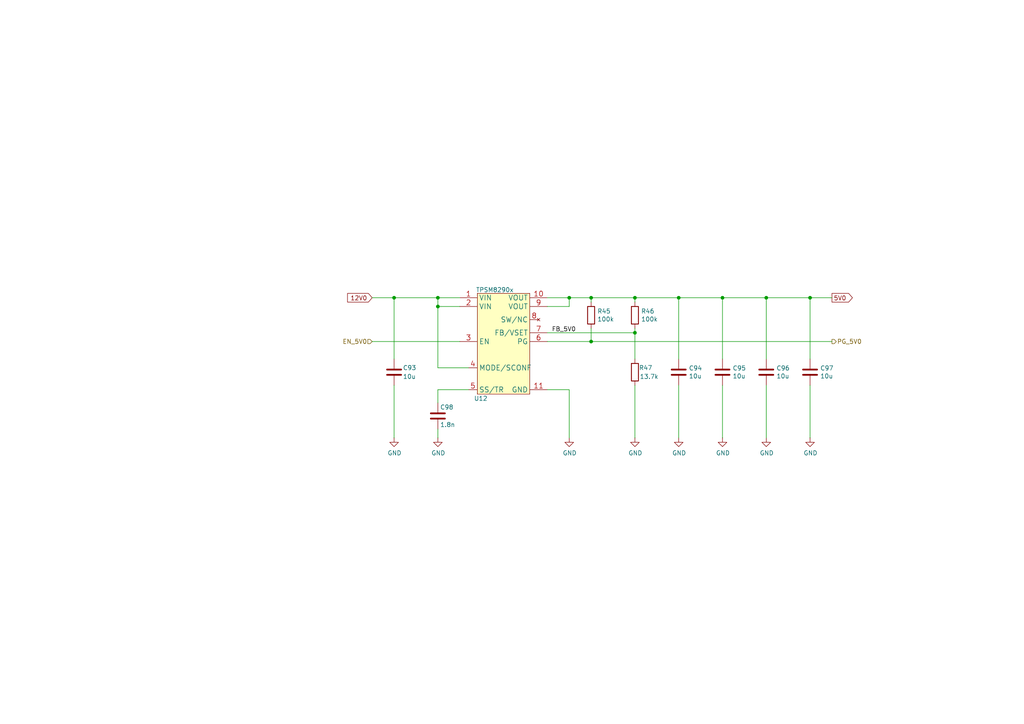
<source format=kicad_sch>
(kicad_sch (version 20231120) (generator "eeschema") (generator_version "8.0")
  (paper "A4")
  (title_block (title "Open MOtor DRiver Initiative  - Single Axis (OMODRI_SA)") (date "2024-03-20") (rev "1.0") (company "LAAS/CNRS"))
  (lib_symbols
    (symbol "Device:C" (pin_numbers hide) (pin_names (offset 0.254))
      (property "Reference" "C" (at 0.635 2.54 0))
      (property "Value" "C" (at 0.635 -2.54 0))
      (symbol "C_0_1"
        (polyline (pts (xy -2.032 -0.762) (xy 2.032 -0.762)) (stroke (width 0.508)))
        (polyline (pts (xy -2.032 0.762) (xy 2.032 0.762)) (stroke (width 0.508)))
      )
      (symbol "C_1_1"
        (pin passive line (at 0 3.81 270) (length 2.794) (name "~") (number "1"))
        (pin passive line (at 0 -3.81 90) (length 2.794) (name "~") (number "2"))
      )
    )
    (symbol "Device:R" (pin_numbers hide) (pin_names (offset 0))
      (property "Reference" "R" (at 2.032 0 90))
      (property "Value" "R" (at 0 0 90))
      (symbol "R_0_1"
        (rectangle (start -1.016 -2.54) (end 1.016 2.54) (stroke (width 0.254)))
      )
      (symbol "R_1_1"
        (pin passive line (at 0 3.81 270) (length 1.27) (name "~") (number "1"))
        (pin passive line (at 0 -3.81 90) (length 1.27) (name "~") (number "2"))
      )
    )
    (symbol "omodri_lib:TPSM8290x"
      (property "Reference" "U" (at 0 8.89 0))
      (property "Value" "TPSM8290x" (at 0 10.795 0))
      (symbol "TPSM8290x_1_1"
        (rectangle (start -7.62 7.62) (end 7.62 -21.59) (stroke (width 0.1524)) (fill (type background)))
        (pin power_in line (at -12.7 6.35 0) (length 5.08) (name "VIN") (number "1"))
        (pin passive line (at 12.7 6.35 180) (length 5.08) (name "VOUT") (number "10"))
        (pin passive line (at 12.7 -20.32 180) (length 5.08) (name "GND") (number "11"))
        (pin power_in line (at -12.7 3.81 0) (length 5.08) (name "VIN") (number "2"))
        (pin input line (at -12.7 -6.35 0) (length 5.08) (name "EN") (number "3"))
        (pin input line (at -10.16 -13.97 0) (length 2.54) (name "MODE/SCONF") (number "4"))
        (pin input line (at -10.16 -20.32 0) (length 2.54) (name "SS/TR") (number "5"))
        (pin open_collector line (at 12.7 -6.35 180) (length 5.08) (name "PG") (number "6"))
        (pin input line (at 12.7 -3.81 180) (length 5.08) (name "FB/VSET") (number "7"))
        (pin no_connect line (at 10.16 0 180) (length 2.54) (name "SW/NC") (number "8"))
        (pin passive line (at 12.7 3.81 180) (length 5.08) (name "VOUT") (number "9"))
      )
    )
    (symbol "power:GND" (power) (pin_numbers hide) (pin_names (offset 0) hide)
      (property "Value" "GND" (at 0 -3.81 0))
      (symbol "GND_0_1"
        (polyline (pts (xy 0 0) (xy 0 -1.27) (xy 1.27 -1.27) (xy 0 -2.54) (xy -1.27 -1.27) (xy 0 -1.27)))
      )
      (symbol "GND_1_1"
        (pin power_in line (at 0 0 270) (length 0) (name "~") (number "1"))
      )
    )
  )
  (junction (at 184.15 86.36))
  (junction (at 114.3 86.36))
  (junction (at 171.45 86.36))
  (junction (at 184.15 96.52))
  (junction (at 171.45 99.06))
  (junction (at 209.55 86.36))
  (junction (at 127 86.36))
  (junction (at 222.25 86.36))
  (junction (at 165.1 86.36))
  (junction (at 196.85 86.36))
  (junction (at 127 88.9))
  (junction (at 234.95 86.36))
  (wire (pts (xy 158.75 96.52) (xy 184.15 96.52)))
  (wire (pts (xy 209.55 86.36) (xy 222.25 86.36)))
  (wire (pts (xy 127 86.36) (xy 133.35 86.36)))
  (wire (pts (xy 222.25 86.36) (xy 234.95 86.36)))
  (wire (pts (xy 135.89 106.68) (xy 127 106.68)))
  (wire (pts (xy 158.75 88.9) (xy 165.1 88.9)))
  (wire (pts (xy 114.3 86.36) (xy 127 86.36)))
  (wire (pts (xy 171.45 86.36) (xy 184.15 86.36)))
  (wire (pts (xy 184.15 96.52) (xy 184.15 95.25)))
  (wire (pts (xy 196.85 111.76) (xy 196.85 127)))
  (wire (pts (xy 165.1 127) (xy 165.1 113.03)))
  (wire (pts (xy 107.95 86.36) (xy 114.3 86.36)))
  (wire (pts (xy 171.45 95.25) (xy 171.45 99.06)))
  (wire (pts (xy 196.85 86.36) (xy 196.85 104.14)))
  (wire (pts (xy 114.3 111.76) (xy 114.3 127)))
  (wire (pts (xy 165.1 88.9) (xy 165.1 86.36)))
  (wire (pts (xy 184.15 111.76) (xy 184.15 127)))
  (wire (pts (xy 127 113.03) (xy 135.89 113.03)))
  (wire (pts (xy 209.55 86.36) (xy 209.55 104.14)))
  (wire (pts (xy 127 88.9) (xy 133.35 88.9)))
  (wire (pts (xy 158.75 113.03) (xy 165.1 113.03)))
  (wire (pts (xy 107.95 99.06) (xy 133.35 99.06)))
  (wire (pts (xy 127 124.46) (xy 127 127)))
  (wire (pts (xy 127 113.03) (xy 127 116.84)))
  (wire (pts (xy 114.3 86.36) (xy 114.3 104.14)))
  (wire (pts (xy 209.55 111.76) (xy 209.55 127)))
  (wire (pts (xy 171.45 99.06) (xy 241.3 99.06)))
  (wire (pts (xy 127 86.36) (xy 127 88.9)))
  (wire (pts (xy 234.95 111.76) (xy 234.95 127)))
  (wire (pts (xy 222.25 86.36) (xy 222.25 104.14)))
  (wire (pts (xy 127 88.9) (xy 127 106.68)))
  (wire (pts (xy 234.95 86.36) (xy 234.95 104.14)))
  (wire (pts (xy 234.95 86.36) (xy 241.3 86.36)))
  (wire (pts (xy 196.85 86.36) (xy 209.55 86.36)))
  (wire (pts (xy 184.15 86.36) (xy 184.15 87.63)))
  (wire (pts (xy 171.45 86.36) (xy 171.45 87.63)))
  (wire (pts (xy 184.15 96.52) (xy 184.15 104.14)))
  (wire (pts (xy 165.1 86.36) (xy 171.45 86.36)))
  (wire (pts (xy 184.15 86.36) (xy 196.85 86.36)))
  (wire (pts (xy 158.75 99.06) (xy 171.45 99.06)))
  (wire (pts (xy 222.25 111.76) (xy 222.25 127)))
  (wire (pts (xy 158.75 86.36) (xy 165.1 86.36)))
  (label "FB_5V0" (at 160.02 96.52 0))
  (global_label "12V0" (shape input) (at 107.95 86.36 180) (property "Intersheetrefs" "${INTERSHEET_REFS}" (effects (hide yes))) (property "Références Inter-Feuilles" "${INTERSHEET_REFS}" (effects (hide yes))))
  (global_label "5V0" (shape output) (at 241.3 86.36 0) (property "Intersheetrefs" "${INTERSHEET_REFS}" (effects (hide yes))) (property "Références Inter-Feuilles" "${INTERSHEET_REFS}" (effects (hide yes))))
  (hierarchical_label "PG_5V0" (shape output) (at 241.3 99.06 0))
  (hierarchical_label "EN_5V0" (shape input) (at 107.95 99.06 180))
  (symbol (lib_id "Device:C") (at 196.85 107.95 0) (unit 1)
    (property "Reference" "C94" (at 199.771 106.7816 0) (effects (justify left)))
    (property "Value" "10u" (at 199.771 109.093 0) (effects (justify left)))
    (property "Footprint" "Capacitor_SMD:C_0402_1005Metric" (effects (hide yes)))
    (property "Datasheet" "https://www.murata.com/en-eu/products/productdetail?partno=GRM155R61A106ME11%23" (effects (hide yes)))
    (property "Description" "0402, 10uf, 10V,  ±20%, X5R, SMD MLCC" (effects (hide yes)))
    (property "DigiKey" "490-GRM155R61A106ME11DCT-ND" (effects (hide yes)))
    (property "Farnell" "3785802" (effects (hide yes)))
    (property "Mouser" "81-GRM155R61A106ME1D" (effects (hide yes)))
    (property "Part No" "GRM155R61A106ME11D" (effects (hide yes)))
    (property "RS" "260-8765" (effects (hide yes)))
    (property "LCSC" "C408132" (effects (hide yes)))
    (property "Manufacturer" "MURATA" (effects (hide yes)))
    (property "Assembling" "SMD" (effects (hide yes)))
  )
  (symbol (lib_id "power:GND") (at 234.95 127 0) (unit 1)
    (property "Reference" "#PWR0156" (effects (hide yes)))
    (property "Value" "GND" (at 235.077 131.3942 0))
    (property "Description" "Power symbol creates a global label with name \"GND\" , ground" (effects (hide yes)))
  )
  (symbol (lib_id "Device:C") (at 209.55 107.95 0) (unit 1)
    (property "Reference" "C95" (at 212.471 106.7816 0) (effects (justify left)))
    (property "Value" "10u" (at 212.471 109.093 0) (effects (justify left)))
    (property "Footprint" "Capacitor_SMD:C_0402_1005Metric" (effects (hide yes)))
    (property "Datasheet" "https://www.murata.com/en-eu/products/productdetail?partno=GRM155R61A106ME11%23" (effects (hide yes)))
    (property "Description" "0402, 10uf, 10V,  ±20%, X5R, SMD MLCC" (effects (hide yes)))
    (property "DigiKey" "490-GRM155R61A106ME11DCT-ND" (effects (hide yes)))
    (property "Farnell" "3785802" (effects (hide yes)))
    (property "Mouser" "81-GRM155R61A106ME1D" (effects (hide yes)))
    (property "Part No" "GRM155R61A106ME11D" (effects (hide yes)))
    (property "RS" "260-8765" (effects (hide yes)))
    (property "LCSC" "C408132" (effects (hide yes)))
    (property "Manufacturer" "MURATA" (effects (hide yes)))
    (property "Assembling" "SMD" (effects (hide yes)))
  )
  (symbol (lib_id "power:GND") (at 184.15 127 0) (unit 1)
    (property "Reference" "#PWR0152" (effects (hide yes)))
    (property "Value" "GND" (at 184.277 131.3942 0))
    (property "Description" "Power symbol creates a global label with name \"GND\" , ground" (effects (hide yes)))
  )
  (symbol (lib_id "power:GND") (at 209.55 127 0) (unit 1)
    (property "Reference" "#PWR0154" (effects (hide yes)))
    (property "Value" "GND" (at 209.677 131.3942 0))
    (property "Description" "Power symbol creates a global label with name \"GND\" , ground" (effects (hide yes)))
  )
  (symbol (lib_id "power:GND") (at 114.3 127 0) (unit 1)
    (property "Reference" "#PWR0149" (effects (hide yes)))
    (property "Value" "GND" (at 114.427 131.3942 0))
    (property "Description" "Power symbol creates a global label with name \"GND\" , ground" (effects (hide yes)))
  )
  (symbol (lib_id "Device:C") (at 234.95 107.95 0) (unit 1)
    (property "Reference" "C97" (at 237.871 106.7816 0) (effects (justify left)))
    (property "Value" "10u" (at 237.871 109.093 0) (effects (justify left)))
    (property "Footprint" "Capacitor_SMD:C_0402_1005Metric" (effects (hide yes)))
    (property "Datasheet" "https://www.murata.com/en-eu/products/productdetail?partno=GRM155R61A106ME11%23" (effects (hide yes)))
    (property "Description" "0402, 10uf, 10V,  ±20%, X5R, SMD MLCC" (effects (hide yes)))
    (property "DigiKey" "490-GRM155R61A106ME11DCT-ND" (effects (hide yes)))
    (property "Farnell" "3785802" (effects (hide yes)))
    (property "Mouser" "81-GRM155R61A106ME1D" (effects (hide yes)))
    (property "Part No" "GRM155R61A106ME11D" (effects (hide yes)))
    (property "RS" "260-8765" (effects (hide yes)))
    (property "LCSC" "C408132" (effects (hide yes)))
    (property "Manufacturer" "MURATA" (effects (hide yes)))
    (property "Assembling" "SMD" (effects (hide yes)))
  )
  (symbol (lib_id "Device:C") (at 127 120.65 0) (unit 1)
    (property "Reference" "C98" (at 127.635 118.11 0) (effects (justify left)))
    (property "Value" "1.8n" (at 127.635 123.19 0) (effects (justify left)))
    (property "Footprint" "Capacitor_SMD:C_0201_0603Metric" (effects (hide yes)))
    (property "Datasheet" "https://www.murata.com/en-eu/products/productdetail?partno=GRM033R71E182KA12%23" (effects (hide yes)))
    (property "Description" "0201, 1800pF, 25V, ±10%, X7R, SMD MLCC" (effects (hide yes)))
    (property "DigiKey" "490-GRM033R71E182KA12DTR-ND" (effects (hide yes)))
    (property "Farnell" "2999522" (effects (hide yes)))
    (property "Mouser" "81-GRM033R71E182KA2D" (effects (hide yes)))
    (property "Part No" "GRM033R71E182KA12D" (effects (hide yes)))
    (property "LCSC" "C237560" (effects (hide yes)))
    (property "Manufacturer" "MURATA" (effects (hide yes)))
    (property "Assembling" "SMD" (effects (hide yes)))
  )
  (symbol (lib_id "Device:R") (at 184.15 107.95 180) (unit 1)
    (property "Reference" "R47" (at 189.23 106.68 0) (effects (justify left)))
    (property "Value" "13.7k" (at 191.008 109.22 0) (effects (justify left)))
    (property "Footprint" "Resistor_SMD:R_0201_0603Metric" (effects (hide yes)))
    (property "Datasheet" "https://industrial.panasonic.com/sa/products/pt/general-purpose-chip-resistors/models/ERJ1GNF1372C" (effects (hide yes)))
    (property "Description" "0201, 13.7kΩ, 0.05W, ±1%, SMD  resistor" (effects (hide yes)))
    (property "DigiKey" "P122722CT-ND" (effects (hide yes)))
    (property "Farnell" "3335096" (effects (hide yes)))
    (property "Mouser" "667-ERJ-1GNF1372C" (effects (hide yes)))
    (property "Part No" "ERJ1GNF1372C" (effects (hide yes)))
    (property "LCSC" "C4292942" (effects (hide yes)))
    (property "Manufacturer" "PANASONIC" (effects (hide yes)))
    (property "Assembling" "SMD" (effects (hide yes)))
  )
  (symbol (lib_id "power:GND") (at 165.1 127 0) (unit 1)
    (property "Reference" "#PWR0151" (effects (hide yes)))
    (property "Value" "GND" (at 165.227 131.3942 0))
    (property "Description" "Power symbol creates a global label with name \"GND\" , ground" (effects (hide yes)))
  )
  (symbol (lib_id "Device:R") (at 171.45 91.44 0) (unit 1)
    (property "Reference" "R45" (at 173.228 90.2716 0) (effects (justify left)))
    (property "Value" "100k" (at 173.228 92.583 0) (effects (justify left)))
    (property "Footprint" "Resistor_SMD:R_0201_0603Metric" (effects (hide yes)))
    (property "Datasheet" "https://industrial.panasonic.com/sa/products/pt/general-purpose-chip-resistors/models/ERJ1GNF1003C" (effects (hide yes)))
    (property "Description" "0201, 100kΩ, 0.05W, ±1%, SMD  resistor" (effects (hide yes)))
    (property "DigiKey" "P122655CT-ND" (effects (hide yes)))
    (property "Farnell" "2302389" (effects (hide yes)))
    (property "Mouser" "667-ERJ-1GNF1003C" (effects (hide yes)))
    (property "Part No" "ERJ1GNF1003C" (effects (hide yes)))
    (property "RS" "179-7130" (effects (hide yes)))
    (property "LCSC" " C717003" (effects (hide yes)))
    (property "Manufacturer" "PANASONIC" (effects (hide yes)))
    (property "Assembling" "SMD" (effects (hide yes)))
  )
  (symbol (lib_id "Device:C") (at 222.25 107.95 0) (unit 1)
    (property "Reference" "C96" (at 225.171 106.7816 0) (effects (justify left)))
    (property "Value" "10u" (at 225.171 109.093 0) (effects (justify left)))
    (property "Footprint" "Capacitor_SMD:C_0402_1005Metric" (effects (hide yes)))
    (property "Datasheet" "https://www.murata.com/en-eu/products/productdetail?partno=GRM155R61A106ME11%23" (effects (hide yes)))
    (property "Description" "0402, 10uf, 10V,  ±20%, X5R, SMD MLCC" (effects (hide yes)))
    (property "DigiKey" "490-GRM155R61A106ME11DCT-ND" (effects (hide yes)))
    (property "Farnell" "3785802" (effects (hide yes)))
    (property "Mouser" "81-GRM155R61A106ME1D" (effects (hide yes)))
    (property "Part No" "GRM155R61A106ME11D" (effects (hide yes)))
    (property "RS" "260-8765" (effects (hide yes)))
    (property "LCSC" "C408132" (effects (hide yes)))
    (property "Manufacturer" "MURATA" (effects (hide yes)))
    (property "Assembling" "SMD" (effects (hide yes)))
  )
  (symbol (lib_id "Device:R") (at 184.15 91.44 0) (unit 1)
    (property "Reference" "R46" (at 185.928 90.2716 0) (effects (justify left)))
    (property "Value" "100k" (at 185.928 92.583 0) (effects (justify left)))
    (property "Footprint" "Resistor_SMD:R_0201_0603Metric" (effects (hide yes)))
    (property "Datasheet" "https://industrial.panasonic.com/sa/products/pt/general-purpose-chip-resistors/models/ERJ1GNF1003C" (effects (hide yes)))
    (property "Description" "0201, 100kΩ, 0.05W, ±1%, SMD  resistor" (effects (hide yes)))
    (property "DigiKey" "P122655CT-ND" (effects (hide yes)))
    (property "Farnell" "2302389" (effects (hide yes)))
    (property "Mouser" "667-ERJ-1GNF1003C" (effects (hide yes)))
    (property "Part No" "ERJ1GNF1003C" (effects (hide yes)))
    (property "RS" "179-7130" (effects (hide yes)))
    (property "LCSC" " C717003" (effects (hide yes)))
    (property "Manufacturer" "PANASONIC" (effects (hide yes)))
    (property "Assembling" "SMD" (effects (hide yes)))
  )
  (symbol (lib_id "Device:C") (at 114.3 107.95 0) (unit 1)
    (property "Reference" "C93" (at 116.84 106.68 0) (effects (justify left)))
    (property "Value" "10u" (at 116.84 109.22 0) (effects (justify left)))
    (property "Footprint" "Capacitor_SMD:C_0603_1608Metric" (effects (hide yes)))
    (property "Datasheet" "https://www.murata.com/en-eu/products/productdetail?partno=GRM188R61E106MA73%23" (effects (hide yes)))
    (property "Description" "0603, 10uf, 25V,  ±20%, X5R, SMD MLCC" (effects (hide yes)))
    (property "RS" "815-1377" (effects (hide yes)))
    (property "Farnell" "1907503" (effects (hide yes)))
    (property "Mouser" "81-GRM188R61E106MA3D" (effects (hide yes)))
    (property "DigiKey" "490-7202-1-ND" (effects (hide yes)))
    (property "Part No" "GRM188R61E106MA73D" (effects (hide yes)))
    (property "LCSC" "C91606" (effects (hide yes)))
    (property "Manufacturer" "MURATA" (effects (hide yes)))
    (property "Assembling" "SMD" (effects (hide yes)))
  )
  (symbol (lib_id "power:GND") (at 127 127 0) (unit 1)
    (property "Reference" "#PWR0150" (effects (hide yes)))
    (property "Value" "GND" (at 127.127 131.3942 0))
    (property "Description" "Power symbol creates a global label with name \"GND\" , ground" (effects (hide yes)))
  )
  (symbol (lib_id "power:GND") (at 196.85 127 0) (unit 1)
    (property "Reference" "#PWR0153" (effects (hide yes)))
    (property "Value" "GND" (at 196.977 131.3942 0))
    (property "Description" "Power symbol creates a global label with name \"GND\" , ground" (effects (hide yes)))
  )
  (symbol (lib_id "power:GND") (at 222.25 127 0) (unit 1)
    (property "Reference" "#PWR0155" (effects (hide yes)))
    (property "Value" "GND" (at 222.377 131.3942 0))
    (property "Description" "Power symbol creates a global label with name \"GND\" , ground" (effects (hide yes)))
  )
  (symbol (lib_id "omodri_lib:TPSM8290x") (at 146.05 92.71 0) (unit 1)
    (property "Reference" "U12" (at 139.446 115.57 0))
    (property "Value" "TPSM8290x" (at 143.51 84.074 0))
    (property "Footprint" "udriver3:uSIP_11" (effects (hide yes)))
    (property "Datasheet" "https://www.ti.com/lit/ds/symlink/tpsm82903.pdf" (effects (hide yes)))
    (property "Description" "1-A, 3-V to 17-V, High Efficiency and Low IQ Buck Converter Module in a MicroSiP Package with an Integrated Inductor" (effects (hide yes)))
    (property "Manufacturer" "TEXAS INSTRUMENTS" (effects (hide yes)))
    (property "DigiKey" "296-TPSM82901SISRCT-ND" (effects (hide yes)))
    (property "LCSC" "C6290581" (effects (hide yes)))
    (property "Mouser" "595-TPSM82901SISR" (effects (hide yes)))
    (property "Part No" "TPSM82901SISR" (effects (hide yes)))
    (property "Assembling" "SMD" (effects (hide yes)))
  )
)
</source>
